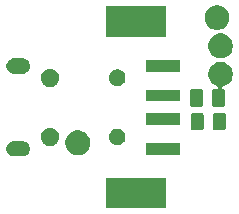
<source format=gbr>
G04 #@! TF.GenerationSoftware,KiCad,Pcbnew,(5.0.2)-1*
G04 #@! TF.CreationDate,2019-05-05T23:42:23+01:00*
G04 #@! TF.ProjectId,power-bank-upgrade,706f7765-722d-4626-916e-6b2d75706772,rev?*
G04 #@! TF.SameCoordinates,Original*
G04 #@! TF.FileFunction,Soldermask,Top*
G04 #@! TF.FilePolarity,Negative*
%FSLAX46Y46*%
G04 Gerber Fmt 4.6, Leading zero omitted, Abs format (unit mm)*
G04 Created by KiCad (PCBNEW (5.0.2)-1) date 05/05/2019 23:42:23*
%MOMM*%
%LPD*%
G01*
G04 APERTURE LIST*
%ADD10C,0.100000*%
G04 APERTURE END LIST*
D10*
G36*
X34300800Y-189550800D02*
X29199200Y-189550800D01*
X29199200Y-186949200D01*
X34300800Y-186949200D01*
X34300800Y-189550800D01*
X34300800Y-189550800D01*
G37*
G36*
X22192271Y-183853909D02*
X22240079Y-183858617D01*
X22362755Y-183895831D01*
X22362758Y-183895832D01*
X22475814Y-183956261D01*
X22574911Y-184037589D01*
X22656239Y-184136686D01*
X22716668Y-184249742D01*
X22716669Y-184249745D01*
X22753883Y-184372421D01*
X22766448Y-184500000D01*
X22753883Y-184627579D01*
X22716669Y-184750255D01*
X22716668Y-184750258D01*
X22656239Y-184863314D01*
X22574911Y-184962411D01*
X22475814Y-185043739D01*
X22362758Y-185104168D01*
X22362755Y-185104169D01*
X22240079Y-185141383D01*
X22192271Y-185146091D01*
X22144465Y-185150800D01*
X21380535Y-185150800D01*
X21332729Y-185146091D01*
X21284921Y-185141383D01*
X21162245Y-185104169D01*
X21162242Y-185104168D01*
X21049186Y-185043739D01*
X20950089Y-184962411D01*
X20868761Y-184863314D01*
X20808332Y-184750258D01*
X20808331Y-184750255D01*
X20771117Y-184627579D01*
X20758552Y-184500000D01*
X20771117Y-184372421D01*
X20808331Y-184249745D01*
X20808332Y-184249742D01*
X20868761Y-184136686D01*
X20950089Y-184037589D01*
X21049186Y-183956261D01*
X21162242Y-183895832D01*
X21162245Y-183895831D01*
X21284921Y-183858617D01*
X21332729Y-183853909D01*
X21380535Y-183849200D01*
X22144465Y-183849200D01*
X22192271Y-183853909D01*
X22192271Y-183853909D01*
G37*
G36*
X27106357Y-182990071D02*
X27297500Y-183069245D01*
X27469524Y-183184188D01*
X27615812Y-183330476D01*
X27730755Y-183502500D01*
X27809929Y-183693643D01*
X27850290Y-183896554D01*
X27850290Y-184103446D01*
X27809929Y-184306357D01*
X27730755Y-184497500D01*
X27615812Y-184669524D01*
X27469524Y-184815812D01*
X27297500Y-184930755D01*
X27106357Y-185009929D01*
X26903446Y-185050290D01*
X26696554Y-185050290D01*
X26493643Y-185009929D01*
X26302500Y-184930755D01*
X26130476Y-184815812D01*
X25984188Y-184669524D01*
X25869245Y-184497500D01*
X25790071Y-184306357D01*
X25749710Y-184103446D01*
X25749710Y-183896554D01*
X25790071Y-183693643D01*
X25869245Y-183502500D01*
X25984188Y-183330476D01*
X26130476Y-183184188D01*
X26302500Y-183069245D01*
X26493643Y-182990071D01*
X26696554Y-182949710D01*
X26903446Y-182949710D01*
X27106357Y-182990071D01*
X27106357Y-182990071D01*
G37*
G36*
X35450800Y-185000800D02*
X32549200Y-185000800D01*
X32549200Y-183999200D01*
X35450800Y-183999200D01*
X35450800Y-185000800D01*
X35450800Y-185000800D01*
G37*
G36*
X24688793Y-182754013D02*
X24829978Y-182812494D01*
X24957047Y-182897399D01*
X25065101Y-183005453D01*
X25150006Y-183132522D01*
X25208487Y-183273707D01*
X25238300Y-183423589D01*
X25238300Y-183576411D01*
X25208487Y-183726293D01*
X25150006Y-183867478D01*
X25065101Y-183994547D01*
X24957047Y-184102601D01*
X24829978Y-184187506D01*
X24688793Y-184245987D01*
X24538911Y-184275800D01*
X24386089Y-184275800D01*
X24236207Y-184245987D01*
X24095022Y-184187506D01*
X23967953Y-184102601D01*
X23859899Y-183994547D01*
X23774994Y-183867478D01*
X23716513Y-183726293D01*
X23686700Y-183576411D01*
X23686700Y-183423589D01*
X23716513Y-183273707D01*
X23774994Y-183132522D01*
X23859899Y-183005453D01*
X23967953Y-182897399D01*
X24095022Y-182812494D01*
X24236207Y-182754013D01*
X24386089Y-182724200D01*
X24538911Y-182724200D01*
X24688793Y-182754013D01*
X24688793Y-182754013D01*
G37*
G36*
X30354416Y-182826131D02*
X30481952Y-182878958D01*
X30596737Y-182955655D01*
X30694345Y-183053263D01*
X30771042Y-183168048D01*
X30823869Y-183295584D01*
X30850800Y-183430976D01*
X30850800Y-183569024D01*
X30823869Y-183704416D01*
X30771042Y-183831952D01*
X30694345Y-183946737D01*
X30596737Y-184044345D01*
X30481952Y-184121042D01*
X30354416Y-184173869D01*
X30219024Y-184200800D01*
X30080976Y-184200800D01*
X29945584Y-184173869D01*
X29818048Y-184121042D01*
X29703263Y-184044345D01*
X29605655Y-183946737D01*
X29528958Y-183831952D01*
X29476131Y-183704416D01*
X29449200Y-183569024D01*
X29449200Y-183430976D01*
X29476131Y-183295584D01*
X29528958Y-183168048D01*
X29605655Y-183053263D01*
X29703263Y-182955655D01*
X29818048Y-182878958D01*
X29945584Y-182826131D01*
X30080976Y-182799200D01*
X30219024Y-182799200D01*
X30354416Y-182826131D01*
X30354416Y-182826131D01*
G37*
G36*
X39171848Y-181453764D02*
X39210500Y-181465489D01*
X39246124Y-181484530D01*
X39277346Y-181510154D01*
X39302970Y-181541376D01*
X39322011Y-181577000D01*
X39333736Y-181615652D01*
X39338300Y-181661991D01*
X39338300Y-182738009D01*
X39333736Y-182784348D01*
X39322011Y-182823000D01*
X39302970Y-182858624D01*
X39277346Y-182889846D01*
X39246124Y-182915470D01*
X39210500Y-182934511D01*
X39171848Y-182946236D01*
X39125509Y-182950800D01*
X38474491Y-182950800D01*
X38428152Y-182946236D01*
X38389500Y-182934511D01*
X38353876Y-182915470D01*
X38322654Y-182889846D01*
X38297030Y-182858624D01*
X38277989Y-182823000D01*
X38266264Y-182784348D01*
X38261700Y-182738009D01*
X38261700Y-181661991D01*
X38266264Y-181615652D01*
X38277989Y-181577000D01*
X38297030Y-181541376D01*
X38322654Y-181510154D01*
X38353876Y-181484530D01*
X38389500Y-181465489D01*
X38428152Y-181453764D01*
X38474491Y-181449200D01*
X39125509Y-181449200D01*
X39171848Y-181453764D01*
X39171848Y-181453764D01*
G37*
G36*
X37296848Y-181453764D02*
X37335500Y-181465489D01*
X37371124Y-181484530D01*
X37402346Y-181510154D01*
X37427970Y-181541376D01*
X37447011Y-181577000D01*
X37458736Y-181615652D01*
X37463300Y-181661991D01*
X37463300Y-182738009D01*
X37458736Y-182784348D01*
X37447011Y-182823000D01*
X37427970Y-182858624D01*
X37402346Y-182889846D01*
X37371124Y-182915470D01*
X37335500Y-182934511D01*
X37296848Y-182946236D01*
X37250509Y-182950800D01*
X36599491Y-182950800D01*
X36553152Y-182946236D01*
X36514500Y-182934511D01*
X36478876Y-182915470D01*
X36447654Y-182889846D01*
X36422030Y-182858624D01*
X36402989Y-182823000D01*
X36391264Y-182784348D01*
X36386700Y-182738009D01*
X36386700Y-181661991D01*
X36391264Y-181615652D01*
X36402989Y-181577000D01*
X36422030Y-181541376D01*
X36447654Y-181510154D01*
X36478876Y-181484530D01*
X36514500Y-181465489D01*
X36553152Y-181453764D01*
X36599491Y-181449200D01*
X37250509Y-181449200D01*
X37296848Y-181453764D01*
X37296848Y-181453764D01*
G37*
G36*
X35450800Y-182500800D02*
X32549200Y-182500800D01*
X32549200Y-181499200D01*
X35450800Y-181499200D01*
X35450800Y-182500800D01*
X35450800Y-182500800D01*
G37*
G36*
X37234348Y-179453764D02*
X37273000Y-179465489D01*
X37308624Y-179484530D01*
X37339846Y-179510154D01*
X37365470Y-179541376D01*
X37384511Y-179577000D01*
X37396236Y-179615652D01*
X37400800Y-179661991D01*
X37400800Y-180738009D01*
X37396236Y-180784348D01*
X37384511Y-180823000D01*
X37365470Y-180858624D01*
X37339846Y-180889846D01*
X37308624Y-180915470D01*
X37273000Y-180934511D01*
X37234348Y-180946236D01*
X37188009Y-180950800D01*
X36536991Y-180950800D01*
X36490652Y-180946236D01*
X36452000Y-180934511D01*
X36416376Y-180915470D01*
X36385154Y-180889846D01*
X36359530Y-180858624D01*
X36340489Y-180823000D01*
X36328764Y-180784348D01*
X36324200Y-180738009D01*
X36324200Y-179661991D01*
X36328764Y-179615652D01*
X36340489Y-179577000D01*
X36359530Y-179541376D01*
X36385154Y-179510154D01*
X36416376Y-179484530D01*
X36452000Y-179465489D01*
X36490652Y-179453764D01*
X36536991Y-179449200D01*
X37188009Y-179449200D01*
X37234348Y-179453764D01*
X37234348Y-179453764D01*
G37*
G36*
X39206357Y-177190071D02*
X39397500Y-177269245D01*
X39569524Y-177384188D01*
X39715812Y-177530476D01*
X39830755Y-177702500D01*
X39909929Y-177893643D01*
X39950290Y-178096554D01*
X39950290Y-178303446D01*
X39909929Y-178506357D01*
X39830755Y-178697500D01*
X39715812Y-178869524D01*
X39569524Y-179015812D01*
X39397500Y-179130755D01*
X39206357Y-179209929D01*
X39151730Y-179220795D01*
X39128281Y-179227908D01*
X39106670Y-179239459D01*
X39087728Y-179255004D01*
X39072183Y-179273946D01*
X39060631Y-179295557D01*
X39053518Y-179319006D01*
X39051116Y-179343393D01*
X39053518Y-179367779D01*
X39060631Y-179391228D01*
X39072182Y-179412839D01*
X39087727Y-179431781D01*
X39106669Y-179447326D01*
X39128280Y-179458878D01*
X39139831Y-179463011D01*
X39148001Y-179465489D01*
X39183624Y-179484530D01*
X39214846Y-179510154D01*
X39240470Y-179541376D01*
X39259511Y-179577000D01*
X39271236Y-179615652D01*
X39275800Y-179661991D01*
X39275800Y-180738009D01*
X39271236Y-180784348D01*
X39259511Y-180823000D01*
X39240470Y-180858624D01*
X39214846Y-180889846D01*
X39183624Y-180915470D01*
X39148000Y-180934511D01*
X39109348Y-180946236D01*
X39063009Y-180950800D01*
X38411991Y-180950800D01*
X38365652Y-180946236D01*
X38327000Y-180934511D01*
X38291376Y-180915470D01*
X38260154Y-180889846D01*
X38234530Y-180858624D01*
X38215489Y-180823000D01*
X38203764Y-180784348D01*
X38199200Y-180738009D01*
X38199200Y-179661991D01*
X38203764Y-179615652D01*
X38215489Y-179577000D01*
X38234530Y-179541376D01*
X38260154Y-179510154D01*
X38291376Y-179484530D01*
X38327000Y-179465489D01*
X38365652Y-179453764D01*
X38411991Y-179449200D01*
X38542876Y-179449200D01*
X38567262Y-179446798D01*
X38590711Y-179439685D01*
X38612322Y-179428134D01*
X38631264Y-179412588D01*
X38646810Y-179393646D01*
X38658361Y-179372035D01*
X38665474Y-179348586D01*
X38667876Y-179324200D01*
X38665474Y-179299814D01*
X38658361Y-179276365D01*
X38646810Y-179254754D01*
X38631264Y-179235812D01*
X38612322Y-179220266D01*
X38590712Y-179208715D01*
X38402500Y-179130755D01*
X38230476Y-179015812D01*
X38084188Y-178869524D01*
X37969245Y-178697500D01*
X37890071Y-178506357D01*
X37849710Y-178303446D01*
X37849710Y-178096554D01*
X37890071Y-177893643D01*
X37969245Y-177702500D01*
X38084188Y-177530476D01*
X38230476Y-177384188D01*
X38402500Y-177269245D01*
X38593643Y-177190071D01*
X38796554Y-177149710D01*
X39003446Y-177149710D01*
X39206357Y-177190071D01*
X39206357Y-177190071D01*
G37*
G36*
X35450800Y-180500800D02*
X32549200Y-180500800D01*
X32549200Y-179499200D01*
X35450800Y-179499200D01*
X35450800Y-180500800D01*
X35450800Y-180500800D01*
G37*
G36*
X24688793Y-177754013D02*
X24829978Y-177812494D01*
X24957047Y-177897399D01*
X25065101Y-178005453D01*
X25150006Y-178132522D01*
X25208487Y-178273707D01*
X25238300Y-178423589D01*
X25238300Y-178576411D01*
X25208487Y-178726293D01*
X25150006Y-178867478D01*
X25065101Y-178994547D01*
X24957047Y-179102601D01*
X24829978Y-179187506D01*
X24688793Y-179245987D01*
X24538911Y-179275800D01*
X24386089Y-179275800D01*
X24236207Y-179245987D01*
X24095022Y-179187506D01*
X23967953Y-179102601D01*
X23859899Y-178994547D01*
X23774994Y-178867478D01*
X23716513Y-178726293D01*
X23686700Y-178576411D01*
X23686700Y-178423589D01*
X23716513Y-178273707D01*
X23774994Y-178132522D01*
X23859899Y-178005453D01*
X23967953Y-177897399D01*
X24095022Y-177812494D01*
X24236207Y-177754013D01*
X24386089Y-177724200D01*
X24538911Y-177724200D01*
X24688793Y-177754013D01*
X24688793Y-177754013D01*
G37*
G36*
X30354416Y-177826131D02*
X30481952Y-177878958D01*
X30596737Y-177955655D01*
X30694345Y-178053263D01*
X30771042Y-178168048D01*
X30823869Y-178295584D01*
X30850800Y-178430976D01*
X30850800Y-178569024D01*
X30823869Y-178704416D01*
X30771042Y-178831952D01*
X30694345Y-178946737D01*
X30596737Y-179044345D01*
X30481952Y-179121042D01*
X30354416Y-179173869D01*
X30219024Y-179200800D01*
X30080976Y-179200800D01*
X29945584Y-179173869D01*
X29818048Y-179121042D01*
X29703263Y-179044345D01*
X29605655Y-178946737D01*
X29528958Y-178831952D01*
X29476131Y-178704416D01*
X29449200Y-178569024D01*
X29449200Y-178430976D01*
X29476131Y-178295584D01*
X29528958Y-178168048D01*
X29605655Y-178053263D01*
X29703263Y-177955655D01*
X29818048Y-177878958D01*
X29945584Y-177826131D01*
X30080976Y-177799200D01*
X30219024Y-177799200D01*
X30354416Y-177826131D01*
X30354416Y-177826131D01*
G37*
G36*
X22192271Y-176853909D02*
X22240079Y-176858617D01*
X22362755Y-176895831D01*
X22362758Y-176895832D01*
X22475814Y-176956261D01*
X22574911Y-177037589D01*
X22656239Y-177136686D01*
X22716668Y-177249742D01*
X22716669Y-177249745D01*
X22753883Y-177372421D01*
X22766448Y-177500000D01*
X22753883Y-177627579D01*
X22731155Y-177702501D01*
X22716668Y-177750258D01*
X22656239Y-177863314D01*
X22574911Y-177962411D01*
X22475814Y-178043739D01*
X22362758Y-178104168D01*
X22362755Y-178104169D01*
X22240079Y-178141383D01*
X22192271Y-178146091D01*
X22144465Y-178150800D01*
X21380535Y-178150800D01*
X21332729Y-178146091D01*
X21284921Y-178141383D01*
X21162245Y-178104169D01*
X21162242Y-178104168D01*
X21049186Y-178043739D01*
X20950089Y-177962411D01*
X20868761Y-177863314D01*
X20808332Y-177750258D01*
X20793845Y-177702501D01*
X20771117Y-177627579D01*
X20758552Y-177500000D01*
X20771117Y-177372421D01*
X20808331Y-177249745D01*
X20808332Y-177249742D01*
X20868761Y-177136686D01*
X20950089Y-177037589D01*
X21049186Y-176956261D01*
X21162242Y-176895832D01*
X21162245Y-176895831D01*
X21284921Y-176858617D01*
X21332729Y-176853909D01*
X21380535Y-176849200D01*
X22144465Y-176849200D01*
X22192271Y-176853909D01*
X22192271Y-176853909D01*
G37*
G36*
X35450800Y-178000800D02*
X32549200Y-178000800D01*
X32549200Y-176999200D01*
X35450800Y-176999200D01*
X35450800Y-178000800D01*
X35450800Y-178000800D01*
G37*
G36*
X39206357Y-174790071D02*
X39397500Y-174869245D01*
X39569524Y-174984188D01*
X39715812Y-175130476D01*
X39830755Y-175302500D01*
X39909929Y-175493643D01*
X39950290Y-175696554D01*
X39950290Y-175903446D01*
X39909929Y-176106357D01*
X39830755Y-176297500D01*
X39715812Y-176469524D01*
X39569524Y-176615812D01*
X39397500Y-176730755D01*
X39206357Y-176809929D01*
X39003446Y-176850290D01*
X38796554Y-176850290D01*
X38593643Y-176809929D01*
X38402500Y-176730755D01*
X38230476Y-176615812D01*
X38084188Y-176469524D01*
X37969245Y-176297500D01*
X37890071Y-176106357D01*
X37849710Y-175903446D01*
X37849710Y-175696554D01*
X37890071Y-175493643D01*
X37969245Y-175302500D01*
X38084188Y-175130476D01*
X38230476Y-174984188D01*
X38402500Y-174869245D01*
X38593643Y-174790071D01*
X38796554Y-174749710D01*
X39003446Y-174749710D01*
X39206357Y-174790071D01*
X39206357Y-174790071D01*
G37*
G36*
X34300800Y-175050800D02*
X29199200Y-175050800D01*
X29199200Y-172449200D01*
X34300800Y-172449200D01*
X34300800Y-175050800D01*
X34300800Y-175050800D01*
G37*
G36*
X38906357Y-172390071D02*
X39097500Y-172469245D01*
X39269524Y-172584188D01*
X39415812Y-172730476D01*
X39530755Y-172902500D01*
X39609929Y-173093643D01*
X39650290Y-173296554D01*
X39650290Y-173503446D01*
X39609929Y-173706357D01*
X39530755Y-173897500D01*
X39415812Y-174069524D01*
X39269524Y-174215812D01*
X39097500Y-174330755D01*
X38906357Y-174409929D01*
X38703446Y-174450290D01*
X38496554Y-174450290D01*
X38293643Y-174409929D01*
X38102500Y-174330755D01*
X37930476Y-174215812D01*
X37784188Y-174069524D01*
X37669245Y-173897500D01*
X37590071Y-173706357D01*
X37549710Y-173503446D01*
X37549710Y-173296554D01*
X37590071Y-173093643D01*
X37669245Y-172902500D01*
X37784188Y-172730476D01*
X37930476Y-172584188D01*
X38102500Y-172469245D01*
X38293643Y-172390071D01*
X38496554Y-172349710D01*
X38703446Y-172349710D01*
X38906357Y-172390071D01*
X38906357Y-172390071D01*
G37*
M02*

</source>
